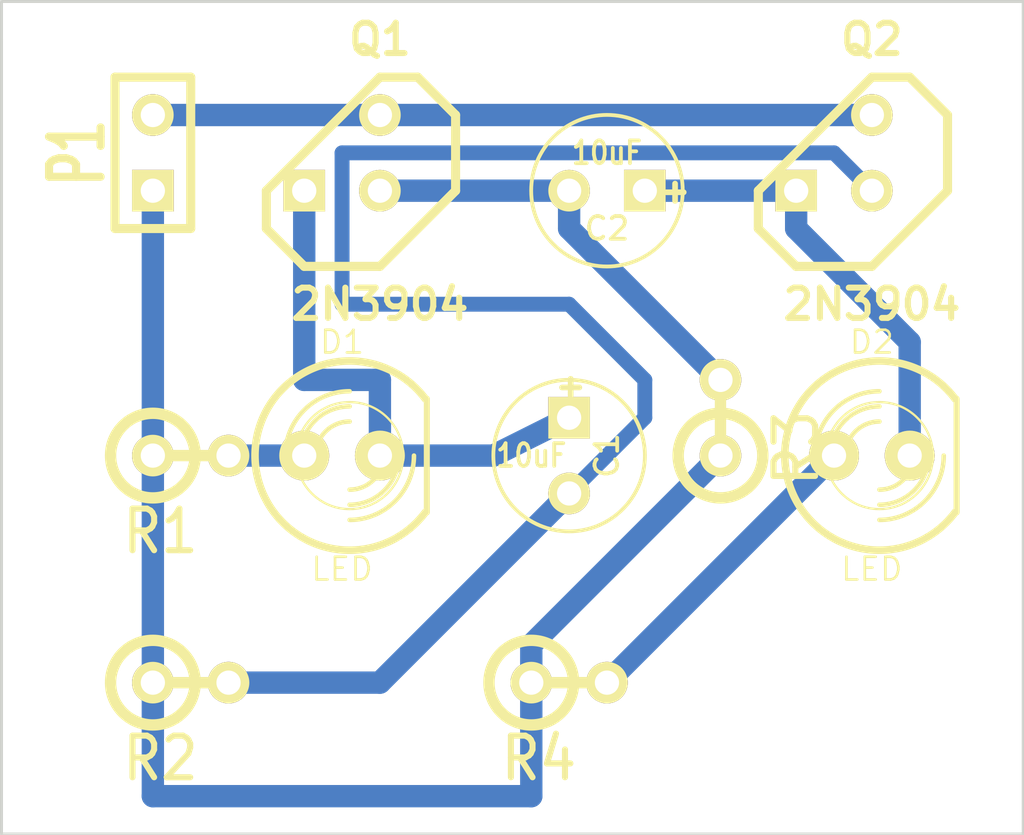
<source format=kicad_pcb>
(kicad_pcb (version 3) (host pcbnew "(2013-07-07 BZR 4022)-stable")

  (general
    (links 16)
    (no_connects 0)
    (area 18.999999 12.649999 53.390001 40.690001)
    (thickness 1.6)
    (drawings 5)
    (tracks 33)
    (zones 0)
    (modules 11)
    (nets 9)
  )

  (page A4)
  (title_block 
    (title "Pisca Pisca Transistor")
    (rev 1)
    (company "Garoa Hacker Clube")
    (comment 1 "Daniel Quadros")
  )

  (layers
    (15 F.Cu signal)
    (0 B.Cu signal)
    (16 B.Adhes user)
    (17 F.Adhes user)
    (18 B.Paste user)
    (19 F.Paste user)
    (20 B.SilkS user)
    (21 F.SilkS user)
    (22 B.Mask user)
    (23 F.Mask user)
    (24 Dwgs.User user)
    (25 Cmts.User user)
    (26 Eco1.User user)
    (27 Eco2.User user)
    (28 Edge.Cuts user)
  )

  (setup
    (last_trace_width 0.5)
    (user_trace_width 0.2)
    (user_trace_width 0.5)
    (user_trace_width 0.75)
    (user_trace_width 1)
    (trace_clearance 0.05)
    (zone_clearance 0.508)
    (zone_45_only no)
    (trace_min 0.05)
    (segment_width 0.2)
    (edge_width 0.1)
    (via_size 0.889)
    (via_drill 0.635)
    (via_min_size 0.889)
    (via_min_drill 0.508)
    (uvia_size 0.508)
    (uvia_drill 0.127)
    (uvias_allowed no)
    (uvia_min_size 0.508)
    (uvia_min_drill 0.127)
    (pcb_text_width 0.3)
    (pcb_text_size 1.5 1.5)
    (mod_edge_width 0.15)
    (mod_text_size 1 1)
    (mod_text_width 0.15)
    (pad_size 1.5 1.5)
    (pad_drill 0.6)
    (pad_to_mask_clearance 0)
    (aux_axis_origin 0 0)
    (visible_elements 7FFFFFFF)
    (pcbplotparams
      (layerselection 3178497)
      (usegerberextensions true)
      (excludeedgelayer true)
      (linewidth 0.150000)
      (plotframeref false)
      (viasonmask false)
      (mode 1)
      (useauxorigin false)
      (hpglpennumber 1)
      (hpglpenspeed 20)
      (hpglpendiameter 15)
      (hpglpenoverlay 2)
      (psnegative false)
      (psa4output false)
      (plotreference true)
      (plotvalue true)
      (plotothertext true)
      (plotinvisibletext false)
      (padsonsilk false)
      (subtractmaskfromsilk false)
      (outputformat 1)
      (mirror false)
      (drillshape 1)
      (scaleselection 1)
      (outputdirectory ""))
  )

  (net 0 "")
  (net 1 +BATT)
  (net 2 GND)
  (net 3 N-000001)
  (net 4 N-000002)
  (net 5 N-000003)
  (net 6 N-000004)
  (net 7 N-000005)
  (net 8 N-000008)

  (net_class Default "This is the default net class."
    (clearance 0.05)
    (trace_width 0.05)
    (via_dia 0.889)
    (via_drill 0.635)
    (uvia_dia 0.508)
    (uvia_drill 0.127)
    (add_net "")
    (add_net +BATT)
    (add_net GND)
    (add_net N-000001)
    (add_net N-000002)
    (add_net N-000003)
    (add_net N-000004)
    (add_net N-000005)
    (add_net N-000008)
  )

  (module TO92-123 (layer F.Cu) (tedit 4C5F51CE) (tstamp 54C64FCD)
    (at 30.48 17.78 180)
    (descr "Transistor TO92 brochage type BC237")
    (tags "TR TO92")
    (path /54C6282A)
    (fp_text reference Q1 (at -1.27 3.81 180) (layer F.SilkS)
      (effects (font (size 1.016 1.016) (thickness 0.2032)))
    )
    (fp_text value 2N3904 (at -1.27 -5.08 180) (layer F.SilkS)
      (effects (font (size 1.016 1.016) (thickness 0.2032)))
    )
    (fp_line (start -1.27 2.54) (end 2.54 -1.27) (layer F.SilkS) (width 0.3048))
    (fp_line (start 2.54 -1.27) (end 2.54 -2.54) (layer F.SilkS) (width 0.3048))
    (fp_line (start 2.54 -2.54) (end 1.27 -3.81) (layer F.SilkS) (width 0.3048))
    (fp_line (start 1.27 -3.81) (end -1.27 -3.81) (layer F.SilkS) (width 0.3048))
    (fp_line (start -1.27 -3.81) (end -3.81 -1.27) (layer F.SilkS) (width 0.3048))
    (fp_line (start -3.81 -1.27) (end -3.81 1.27) (layer F.SilkS) (width 0.3048))
    (fp_line (start -3.81 1.27) (end -2.54 2.54) (layer F.SilkS) (width 0.3048))
    (fp_line (start -2.54 2.54) (end -1.27 2.54) (layer F.SilkS) (width 0.3048))
    (pad 3 thru_hole rect (at 1.27 -1.27 180) (size 1.397 1.397) (drill 0.8128)
      (layers *.Cu *.Mask F.SilkS)
      (net 7 N-000005)
    )
    (pad 2 thru_hole circle (at -1.27 -1.27 180) (size 1.397 1.397) (drill 0.8128)
      (layers *.Cu *.Mask F.SilkS)
      (net 5 N-000003)
    )
    (pad 1 thru_hole circle (at -1.27 1.27 180) (size 1.397 1.397) (drill 0.8128)
      (layers *.Cu *.Mask F.SilkS)
      (net 2 GND)
    )
    (model discret/to98.wrl
      (at (xyz 0 0 0))
      (scale (xyz 1 1 1))
      (rotate (xyz 0 0 0))
    )
  )

  (module TO92-123 (layer F.Cu) (tedit 4C5F51CE) (tstamp 54C64FDC)
    (at 46.99 17.78 180)
    (descr "Transistor TO92 brochage type BC237")
    (tags "TR TO92")
    (path /54C6287B)
    (fp_text reference Q2 (at -1.27 3.81 180) (layer F.SilkS)
      (effects (font (size 1.016 1.016) (thickness 0.2032)))
    )
    (fp_text value 2N3904 (at -1.27 -5.08 180) (layer F.SilkS)
      (effects (font (size 1.016 1.016) (thickness 0.2032)))
    )
    (fp_line (start -1.27 2.54) (end 2.54 -1.27) (layer F.SilkS) (width 0.3048))
    (fp_line (start 2.54 -1.27) (end 2.54 -2.54) (layer F.SilkS) (width 0.3048))
    (fp_line (start 2.54 -2.54) (end 1.27 -3.81) (layer F.SilkS) (width 0.3048))
    (fp_line (start 1.27 -3.81) (end -1.27 -3.81) (layer F.SilkS) (width 0.3048))
    (fp_line (start -1.27 -3.81) (end -3.81 -1.27) (layer F.SilkS) (width 0.3048))
    (fp_line (start -3.81 -1.27) (end -3.81 1.27) (layer F.SilkS) (width 0.3048))
    (fp_line (start -3.81 1.27) (end -2.54 2.54) (layer F.SilkS) (width 0.3048))
    (fp_line (start -2.54 2.54) (end -1.27 2.54) (layer F.SilkS) (width 0.3048))
    (pad 3 thru_hole rect (at 1.27 -1.27 180) (size 1.397 1.397) (drill 0.8128)
      (layers *.Cu *.Mask F.SilkS)
      (net 4 N-000002)
    )
    (pad 2 thru_hole circle (at -1.27 -1.27 180) (size 1.397 1.397) (drill 0.8128)
      (layers *.Cu *.Mask F.SilkS)
      (net 6 N-000004)
    )
    (pad 1 thru_hole circle (at -1.27 1.27 180) (size 1.397 1.397) (drill 0.8128)
      (layers *.Cu *.Mask F.SilkS)
      (net 2 GND)
    )
    (model discret/to98.wrl
      (at (xyz 0 0 0))
      (scale (xyz 1 1 1))
      (rotate (xyz 0 0 0))
    )
  )

  (module SIL-2 (layer F.Cu) (tedit 200000) (tstamp 54C64FE6)
    (at 24.13 17.78 90)
    (descr "Connecteurs 2 pins")
    (tags "CONN DEV")
    (path /54C62FAD)
    (fp_text reference P1 (at 0 -2.54 90) (layer F.SilkS)
      (effects (font (size 1.72974 1.08712) (thickness 0.3048)))
    )
    (fp_text value CONN_2 (at 0 -2.54 90) (layer F.SilkS) hide
      (effects (font (size 1.524 1.016) (thickness 0.3048)))
    )
    (fp_line (start -2.54 1.27) (end -2.54 -1.27) (layer F.SilkS) (width 0.3048))
    (fp_line (start -2.54 -1.27) (end 2.54 -1.27) (layer F.SilkS) (width 0.3048))
    (fp_line (start 2.54 -1.27) (end 2.54 1.27) (layer F.SilkS) (width 0.3048))
    (fp_line (start 2.54 1.27) (end -2.54 1.27) (layer F.SilkS) (width 0.3048))
    (pad 1 thru_hole rect (at -1.27 0 90) (size 1.397 1.397) (drill 0.8128)
      (layers *.Cu *.Mask F.SilkS)
      (net 1 +BATT)
    )
    (pad 2 thru_hole circle (at 1.27 0 90) (size 1.397 1.397) (drill 0.8128)
      (layers *.Cu *.Mask F.SilkS)
      (net 2 GND)
    )
  )

  (module R1 (layer F.Cu) (tedit 200000) (tstamp 54C64FEE)
    (at 25.4 27.94)
    (descr "Resistance verticale")
    (tags R)
    (path /54C62799)
    (autoplace_cost90 10)
    (autoplace_cost180 10)
    (fp_text reference R1 (at -1.016 2.54) (layer F.SilkS)
      (effects (font (size 1.397 1.27) (thickness 0.2032)))
    )
    (fp_text value 560 (at -1.143 2.54) (layer F.SilkS) hide
      (effects (font (size 1.397 1.27) (thickness 0.2032)))
    )
    (fp_line (start -1.27 0) (end 1.27 0) (layer F.SilkS) (width 0.381))
    (fp_circle (center -1.27 0) (end -0.635 1.27) (layer F.SilkS) (width 0.381))
    (pad 1 thru_hole circle (at -1.27 0) (size 1.397 1.397) (drill 0.8128)
      (layers *.Cu *.Mask F.SilkS)
      (net 1 +BATT)
    )
    (pad 2 thru_hole circle (at 1.27 0) (size 1.397 1.397) (drill 0.8128)
      (layers *.Cu *.Mask F.SilkS)
      (net 3 N-000001)
    )
    (model discret/verti_resistor.wrl
      (at (xyz 0 0 0))
      (scale (xyz 1 1 1))
      (rotate (xyz 0 0 0))
    )
  )

  (module R1 (layer F.Cu) (tedit 200000) (tstamp 54C64FF6)
    (at 25.4 35.56)
    (descr "Resistance verticale")
    (tags R)
    (path /54C627C5)
    (autoplace_cost90 10)
    (autoplace_cost180 10)
    (fp_text reference R2 (at -1.016 2.54) (layer F.SilkS)
      (effects (font (size 1.397 1.27) (thickness 0.2032)))
    )
    (fp_text value 39K (at -1.143 2.54) (layer F.SilkS) hide
      (effects (font (size 1.397 1.27) (thickness 0.2032)))
    )
    (fp_line (start -1.27 0) (end 1.27 0) (layer F.SilkS) (width 0.381))
    (fp_circle (center -1.27 0) (end -0.635 1.27) (layer F.SilkS) (width 0.381))
    (pad 1 thru_hole circle (at -1.27 0) (size 1.397 1.397) (drill 0.8128)
      (layers *.Cu *.Mask F.SilkS)
      (net 1 +BATT)
    )
    (pad 2 thru_hole circle (at 1.27 0) (size 1.397 1.397) (drill 0.8128)
      (layers *.Cu *.Mask F.SilkS)
      (net 6 N-000004)
    )
    (model discret/verti_resistor.wrl
      (at (xyz 0 0 0))
      (scale (xyz 1 1 1))
      (rotate (xyz 0 0 0))
    )
  )

  (module R1 (layer F.Cu) (tedit 200000) (tstamp 54C64FFE)
    (at 43.18 26.67 90)
    (descr "Resistance verticale")
    (tags R)
    (path /54C62843)
    (autoplace_cost90 10)
    (autoplace_cost180 10)
    (fp_text reference R3 (at -1.016 2.54 90) (layer F.SilkS)
      (effects (font (size 1.397 1.27) (thickness 0.2032)))
    )
    (fp_text value 39K (at -1.143 2.54 90) (layer F.SilkS) hide
      (effects (font (size 1.397 1.27) (thickness 0.2032)))
    )
    (fp_line (start -1.27 0) (end 1.27 0) (layer F.SilkS) (width 0.381))
    (fp_circle (center -1.27 0) (end -0.635 1.27) (layer F.SilkS) (width 0.381))
    (pad 1 thru_hole circle (at -1.27 0 90) (size 1.397 1.397) (drill 0.8128)
      (layers *.Cu *.Mask F.SilkS)
      (net 1 +BATT)
    )
    (pad 2 thru_hole circle (at 1.27 0 90) (size 1.397 1.397) (drill 0.8128)
      (layers *.Cu *.Mask F.SilkS)
      (net 5 N-000003)
    )
    (model discret/verti_resistor.wrl
      (at (xyz 0 0 0))
      (scale (xyz 1 1 1))
      (rotate (xyz 0 0 0))
    )
  )

  (module R1 (layer F.Cu) (tedit 200000) (tstamp 54C77A2B)
    (at 38.1 35.56)
    (descr "Resistance verticale")
    (tags R)
    (path /54C62849)
    (autoplace_cost90 10)
    (autoplace_cost180 10)
    (fp_text reference R4 (at -1.016 2.54) (layer F.SilkS)
      (effects (font (size 1.397 1.27) (thickness 0.2032)))
    )
    (fp_text value 560 (at -1.143 2.54) (layer F.SilkS) hide
      (effects (font (size 1.397 1.27) (thickness 0.2032)))
    )
    (fp_line (start -1.27 0) (end 1.27 0) (layer F.SilkS) (width 0.381))
    (fp_circle (center -1.27 0) (end -0.635 1.27) (layer F.SilkS) (width 0.381))
    (pad 1 thru_hole circle (at -1.27 0) (size 1.397 1.397) (drill 0.8128)
      (layers *.Cu *.Mask F.SilkS)
      (net 1 +BATT)
    )
    (pad 2 thru_hole circle (at 1.27 0) (size 1.397 1.397) (drill 0.8128)
      (layers *.Cu *.Mask F.SilkS)
      (net 8 N-000008)
    )
    (model discret/verti_resistor.wrl
      (at (xyz 0 0 0))
      (scale (xyz 1 1 1))
      (rotate (xyz 0 0 0))
    )
  )

  (module LED-5MM (layer F.Cu) (tedit 50ADE86B) (tstamp 54C65015)
    (at 30.48 27.94)
    (descr "LED 5mm - Lead pitch 100mil (2,54mm)")
    (tags "LED led 5mm 5MM 100mil 2,54mm")
    (path /54C627B3)
    (fp_text reference D1 (at 0 -3.81) (layer F.SilkS)
      (effects (font (size 0.762 0.762) (thickness 0.0889)))
    )
    (fp_text value LED (at 0 3.81) (layer F.SilkS)
      (effects (font (size 0.762 0.762) (thickness 0.0889)))
    )
    (fp_line (start 2.8448 1.905) (end 2.8448 -1.905) (layer F.SilkS) (width 0.2032))
    (fp_circle (center 0.254 0) (end -1.016 1.27) (layer F.SilkS) (width 0.0762))
    (fp_arc (start 0.254 0) (end 2.794 1.905) (angle 286.2) (layer F.SilkS) (width 0.254))
    (fp_arc (start 0.254 0) (end -0.889 0) (angle 90) (layer F.SilkS) (width 0.1524))
    (fp_arc (start 0.254 0) (end 1.397 0) (angle 90) (layer F.SilkS) (width 0.1524))
    (fp_arc (start 0.254 0) (end -1.397 0) (angle 90) (layer F.SilkS) (width 0.1524))
    (fp_arc (start 0.254 0) (end 1.905 0) (angle 90) (layer F.SilkS) (width 0.1524))
    (fp_arc (start 0.254 0) (end -1.905 0) (angle 90) (layer F.SilkS) (width 0.1524))
    (fp_arc (start 0.254 0) (end 2.413 0) (angle 90) (layer F.SilkS) (width 0.1524))
    (pad 1 thru_hole circle (at -1.27 0) (size 1.6764 1.6764) (drill 0.8128)
      (layers *.Cu *.Mask F.SilkS)
      (net 3 N-000001)
    )
    (pad 2 thru_hole circle (at 1.27 0) (size 1.6764 1.6764) (drill 0.8128)
      (layers *.Cu *.Mask F.SilkS)
      (net 7 N-000005)
    )
    (model discret/leds/led5_vertical_verde.wrl
      (at (xyz 0 0 0))
      (scale (xyz 1 1 1))
      (rotate (xyz 0 0 0))
    )
  )

  (module LED-5MM (layer F.Cu) (tedit 50ADE86B) (tstamp 54C65024)
    (at 48.26 27.94)
    (descr "LED 5mm - Lead pitch 100mil (2,54mm)")
    (tags "LED led 5mm 5MM 100mil 2,54mm")
    (path /54C62870)
    (fp_text reference D2 (at 0 -3.81) (layer F.SilkS)
      (effects (font (size 0.762 0.762) (thickness 0.0889)))
    )
    (fp_text value LED (at 0 3.81) (layer F.SilkS)
      (effects (font (size 0.762 0.762) (thickness 0.0889)))
    )
    (fp_line (start 2.8448 1.905) (end 2.8448 -1.905) (layer F.SilkS) (width 0.2032))
    (fp_circle (center 0.254 0) (end -1.016 1.27) (layer F.SilkS) (width 0.0762))
    (fp_arc (start 0.254 0) (end 2.794 1.905) (angle 286.2) (layer F.SilkS) (width 0.254))
    (fp_arc (start 0.254 0) (end -0.889 0) (angle 90) (layer F.SilkS) (width 0.1524))
    (fp_arc (start 0.254 0) (end 1.397 0) (angle 90) (layer F.SilkS) (width 0.1524))
    (fp_arc (start 0.254 0) (end -1.397 0) (angle 90) (layer F.SilkS) (width 0.1524))
    (fp_arc (start 0.254 0) (end 1.905 0) (angle 90) (layer F.SilkS) (width 0.1524))
    (fp_arc (start 0.254 0) (end -1.905 0) (angle 90) (layer F.SilkS) (width 0.1524))
    (fp_arc (start 0.254 0) (end 2.413 0) (angle 90) (layer F.SilkS) (width 0.1524))
    (pad 1 thru_hole circle (at -1.27 0) (size 1.6764 1.6764) (drill 0.8128)
      (layers *.Cu *.Mask F.SilkS)
      (net 8 N-000008)
    )
    (pad 2 thru_hole circle (at 1.27 0) (size 1.6764 1.6764) (drill 0.8128)
      (layers *.Cu *.Mask F.SilkS)
      (net 4 N-000002)
    )
    (model discret/leds/led5_vertical_verde.wrl
      (at (xyz 0 0 0))
      (scale (xyz 1 1 1))
      (rotate (xyz 0 0 0))
    )
  )

  (module C1V5 (layer F.Cu) (tedit 54C6509B) (tstamp 54C7750C)
    (at 38.1 27.94 270)
    (descr "Condensateur e = 1 pas")
    (tags C)
    (path /54C627E3)
    (fp_text reference C1 (at 0 -1.26746 270) (layer F.SilkS)
      (effects (font (size 0.762 0.762) (thickness 0.127)))
    )
    (fp_text value 10uF (at 0 1.27 360) (layer F.SilkS)
      (effects (font (size 0.762 0.635) (thickness 0.127)))
    )
    (fp_text user + (at -2.286 0 270) (layer F.SilkS)
      (effects (font (size 0.762 0.762) (thickness 0.2032)))
    )
    (fp_circle (center 0 0) (end 0.127 -2.54) (layer F.SilkS) (width 0.127))
    (pad 1 thru_hole rect (at -1.27 0 270) (size 1.397 1.397) (drill 0.8128)
      (layers *.Cu *.Mask F.SilkS)
      (net 7 N-000005)
    )
    (pad 2 thru_hole circle (at 1.27 0 270) (size 1.397 1.397) (drill 0.8128)
      (layers *.Cu *.Mask F.SilkS)
      (net 6 N-000004)
    )
    (model discret/c_vert_c1v5.wrl
      (at (xyz 0 0 0))
      (scale (xyz 1 1 1))
      (rotate (xyz 0 0 0))
    )
  )

  (module C1V5 (layer F.Cu) (tedit 54C671F8) (tstamp 54C65034)
    (at 39.37 19.05 180)
    (descr "Condensateur e = 1 pas")
    (tags C)
    (path /54C62856)
    (fp_text reference C2 (at 0 -1.26746 180) (layer F.SilkS)
      (effects (font (size 0.762 0.762) (thickness 0.127)))
    )
    (fp_text value 10uF (at 0 1.27 180) (layer F.SilkS)
      (effects (font (size 0.762 0.635) (thickness 0.127)))
    )
    (fp_text user + (at -2.286 0 180) (layer F.SilkS)
      (effects (font (size 0.762 0.762) (thickness 0.2032)))
    )
    (fp_circle (center 0 0) (end 0.127 -2.54) (layer F.SilkS) (width 0.127))
    (pad 1 thru_hole rect (at -1.27 0 180) (size 1.397 1.397) (drill 0.8128)
      (layers *.Cu *.Mask F.SilkS)
      (net 4 N-000002)
    )
    (pad 2 thru_hole circle (at 1.27 0 180) (size 1.397 1.397) (drill 0.8128)
      (layers *.Cu *.Mask F.SilkS)
      (net 5 N-000003)
    )
    (model discret/c_vert_c1v5.wrl
      (at (xyz 0 0 0))
      (scale (xyz 1 1 1))
      (rotate (xyz 0 0 0))
    )
  )

  (gr_line (start 19.05 12.7) (end 19.05 13.97) (angle 90) (layer Edge.Cuts) (width 0.1))
  (gr_line (start 53.34 12.7) (end 19.05 12.7) (angle 90) (layer Edge.Cuts) (width 0.1))
  (gr_line (start 53.34 40.64) (end 53.34 12.7) (angle 90) (layer Edge.Cuts) (width 0.1))
  (gr_line (start 19.05 40.64) (end 53.34 40.64) (angle 90) (layer Edge.Cuts) (width 0.1))
  (gr_line (start 19.05 13.97) (end 19.05 40.64) (angle 90) (layer Edge.Cuts) (width 0.1))

  (segment (start 36.83 35.56) (end 36.83 34.29) (width 0.75) (layer B.Cu) (net 1) (status 10))
  (segment (start 36.83 34.29) (end 43.18 27.94) (width 0.75) (layer B.Cu) (net 1) (tstamp 54C7774C))
  (segment (start 24.13 35.56) (end 24.13 39.37) (width 0.75) (layer B.Cu) (net 1))
  (segment (start 24.13 39.37) (end 36.83 39.37) (width 0.75) (layer B.Cu) (net 1) (tstamp 54C7736C))
  (segment (start 36.83 39.37) (end 36.83 35.56) (width 0.75) (layer B.Cu) (net 1) (tstamp 54C6710A) (status 20))
  (segment (start 24.13 27.94) (end 24.13 35.56) (width 0.75) (layer B.Cu) (net 1))
  (segment (start 24.13 19.05) (end 24.13 27.94) (width 0.75) (layer B.Cu) (net 1))
  (segment (start 31.75 16.51) (end 48.26 16.51) (width 0.75) (layer B.Cu) (net 2) (status 10))
  (segment (start 24.13 16.51) (end 31.75 16.51) (width 0.75) (layer B.Cu) (net 2) (status 20))
  (segment (start 26.67 27.94) (end 29.21 27.94) (width 0.75) (layer B.Cu) (net 3) (status 20))
  (segment (start 49.53 27.94) (end 49.53 24.13) (width 0.75) (layer B.Cu) (net 4))
  (segment (start 45.72 20.32) (end 45.72 19.05) (width 0.75) (layer B.Cu) (net 4) (tstamp 54C67374))
  (segment (start 49.53 24.13) (end 45.72 20.32) (width 0.75) (layer B.Cu) (net 4) (tstamp 54C6736E))
  (segment (start 40.64 19.05) (end 45.72 19.05) (width 0.75) (layer B.Cu) (net 4))
  (segment (start 43.18 25.4) (end 38.1 20.32) (width 0.75) (layer B.Cu) (net 5))
  (segment (start 38.1 20.32) (end 38.1 19.05) (width 0.75) (layer B.Cu) (net 5) (tstamp 54C77750))
  (segment (start 31.75 19.05) (end 38.1 19.05) (width 0.75) (layer B.Cu) (net 5) (status 10))
  (segment (start 31.75 19.05) (end 34.29 19.05) (width 0.2) (layer B.Cu) (net 5) (status 10))
  (segment (start 48.26 19.05) (end 46.99 17.78) (width 0.5) (layer B.Cu) (net 6))
  (segment (start 40.64 26.67) (end 38.1 29.21) (width 0.5) (layer B.Cu) (net 6) (tstamp 54C779F1))
  (segment (start 40.64 25.4) (end 40.64 26.67) (width 0.5) (layer B.Cu) (net 6) (tstamp 54C779EF))
  (segment (start 38.1 22.86) (end 40.64 25.4) (width 0.5) (layer B.Cu) (net 6) (tstamp 54C779EC))
  (segment (start 30.48 22.86) (end 38.1 22.86) (width 0.5) (layer B.Cu) (net 6) (tstamp 54C779E6))
  (segment (start 30.48 17.78) (end 30.48 22.86) (width 0.5) (layer B.Cu) (net 6) (tstamp 54C779CC))
  (segment (start 46.99 17.78) (end 30.48 17.78) (width 0.5) (layer B.Cu) (net 6) (tstamp 54C779CA))
  (segment (start 26.67 35.56) (end 31.75 35.56) (width 0.75) (layer B.Cu) (net 6))
  (segment (start 31.75 35.56) (end 38.1 29.21) (width 0.75) (layer B.Cu) (net 6) (tstamp 54C67122) (status 20))
  (segment (start 31.75 27.94) (end 31.75 25.4) (width 0.75) (layer B.Cu) (net 7))
  (segment (start 29.21 25.4) (end 29.21 19.05) (width 0.75) (layer B.Cu) (net 7) (tstamp 54C779AD))
  (segment (start 31.75 25.4) (end 29.21 25.4) (width 0.75) (layer B.Cu) (net 7) (tstamp 54C779AB))
  (segment (start 31.75 27.94) (end 35.56 27.94) (width 0.75) (layer B.Cu) (net 7) (status 10))
  (segment (start 35.56 27.94) (end 38.1 26.67) (width 0.75) (layer B.Cu) (net 7) (tstamp 54C67194) (status 20))
  (segment (start 39.37 35.56) (end 46.99 27.94) (width 0.75) (layer B.Cu) (net 8) (status 10))

)

</source>
